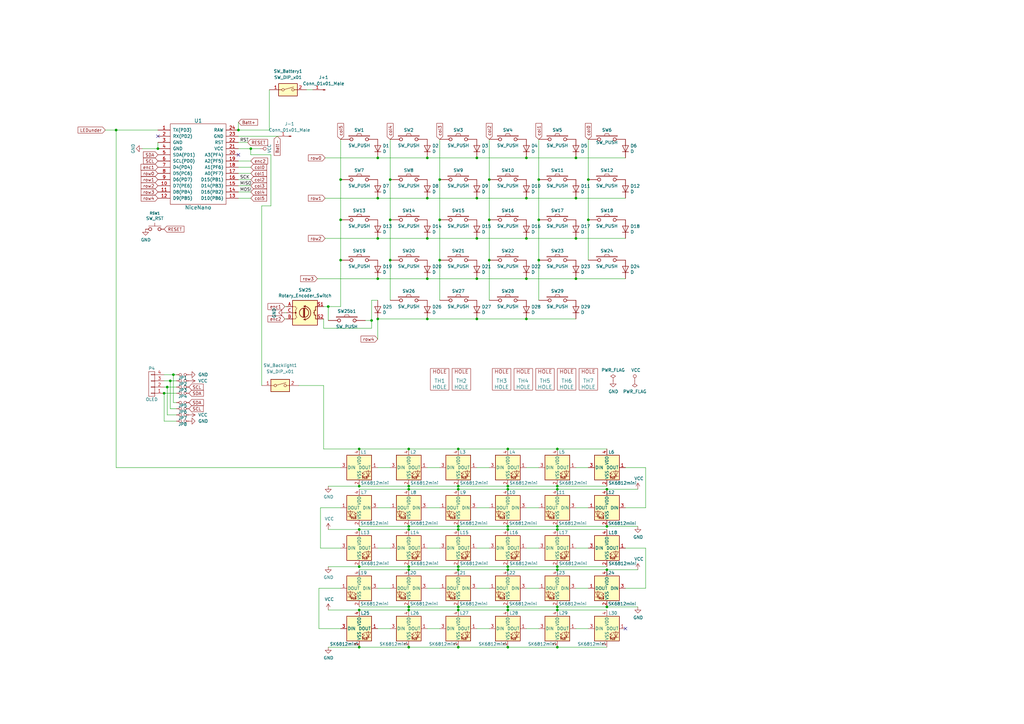
<source format=kicad_sch>
(kicad_sch (version 20211123) (generator eeschema)
  (paper "A3")
  (junction (at 187.96 199.39))
  (junction (at 228.6 233.68))
  (junction (at 228.6 265.43))
  (junction (at 154.94 81.28))
  (junction (at 187.96 232.41))
  (junction (at 228.6 250.19))
  (junction (at 154.94 114.3))
  (junction (at 187.96 233.68))
  (junction (at 215.9 114.3))
  (junction (at 220.98 106.68))
  (junction (at 187.96 250.19))
  (junction (at 187.96 215.9))
  (junction (at 236.22 114.3))
  (junction (at 175.26 81.28))
  (junction (at 208.28 248.92))
  (junction (at 208.28 233.68))
  (junction (at 180.34 73.66))
  (junction (at 228.6 200.66))
  (junction (at 187.96 200.66))
  (junction (at 228.6 199.39))
  (junction (at 167.64 233.68))
  (junction (at 248.92 215.9))
  (junction (at 167.64 199.39))
  (junction (at 102.87 60.96))
  (junction (at 139.7 106.68))
  (junction (at 152.4 131.445))
  (junction (at 208.28 217.17))
  (junction (at 200.66 73.66))
  (junction (at 175.26 130.81))
  (junction (at 200.66 90.17))
  (junction (at 147.32 250.19))
  (junction (at 154.94 97.79))
  (junction (at 228.6 232.41))
  (junction (at 175.26 64.77))
  (junction (at 236.22 64.77))
  (junction (at 187.96 248.92))
  (junction (at 47.625 53.34))
  (junction (at 147.32 265.43))
  (junction (at 195.58 64.77))
  (junction (at 215.9 130.81))
  (junction (at 167.64 250.19))
  (junction (at 167.64 265.43))
  (junction (at 241.3 73.66))
  (junction (at 147.32 217.17))
  (junction (at 71.12 153.67))
  (junction (at 208.28 215.9))
  (junction (at 228.6 248.92))
  (junction (at 175.26 114.3))
  (junction (at 228.6 215.9))
  (junction (at 167.64 215.9))
  (junction (at 147.32 184.15))
  (junction (at 208.28 200.66))
  (junction (at 236.22 97.79))
  (junction (at 248.92 200.66))
  (junction (at 215.9 64.77))
  (junction (at 228.6 217.17))
  (junction (at 187.96 217.17))
  (junction (at 248.92 233.68))
  (junction (at 67.31 161.29))
  (junction (at 220.98 90.17))
  (junction (at 200.66 106.68))
  (junction (at 175.26 97.79))
  (junction (at 97.79 53.34))
  (junction (at 139.7 73.66))
  (junction (at 134.62 125.73))
  (junction (at 147.32 199.39))
  (junction (at 167.64 248.92))
  (junction (at 147.32 232.41))
  (junction (at 241.3 90.17))
  (junction (at 187.96 184.15))
  (junction (at 154.94 130.81))
  (junction (at 208.28 250.19))
  (junction (at 220.98 73.66))
  (junction (at 215.9 97.79))
  (junction (at 195.58 81.28))
  (junction (at 208.28 232.41))
  (junction (at 68.58 158.75))
  (junction (at 139.7 90.17))
  (junction (at 208.28 199.39))
  (junction (at 167.64 200.66))
  (junction (at 248.92 248.92))
  (junction (at 154.94 64.77))
  (junction (at 64.77 60.96))
  (junction (at 160.02 73.66))
  (junction (at 195.58 97.79))
  (junction (at 167.64 184.15))
  (junction (at 180.34 106.68))
  (junction (at 160.02 106.68))
  (junction (at 69.85 156.21))
  (junction (at 167.64 217.17))
  (junction (at 208.28 184.15))
  (junction (at 215.9 81.28))
  (junction (at 195.58 130.81))
  (junction (at 236.22 81.28))
  (junction (at 208.28 265.43))
  (junction (at 195.58 114.3))
  (junction (at 167.64 232.41))
  (junction (at 160.02 90.17))
  (junction (at 228.6 184.15))
  (junction (at 180.34 90.17))
  (junction (at 187.96 265.43))
  (no_connect (at 97.79 63.5))
  (no_connect (at 64.77 55.88))
  (no_connect (at 256.54 257.81))
  (wire (pts (xy 154.94 97.79) (xy 133.35 97.79)))
  (wire (pts (xy 215.9 130.81) (xy 236.22 130.81)))
  (wire (pts (xy 72.39 165.1) (xy 71.12 165.1)))
  (wire (pts (xy 116.84 130.81) (xy 117.475 130.81)))
  (wire (pts (xy 208.28 215.9) (xy 228.6 215.9)))
  (wire (pts (xy 248.92 233.68) (xy 261.62 233.68)))
  (wire (pts (xy 187.96 265.43) (xy 208.28 265.43)))
  (wire (pts (xy 187.96 233.68) (xy 208.28 233.68)))
  (wire (pts (xy 167.64 233.68) (xy 187.96 233.68)))
  (wire (pts (xy 180.34 73.66) (xy 180.34 90.17)))
  (wire (pts (xy 187.96 232.41) (xy 208.28 232.41)))
  (wire (pts (xy 71.12 153.67) (xy 71.12 165.1)))
  (wire (pts (xy 208.28 248.92) (xy 228.6 248.92)))
  (wire (pts (xy 236.22 257.81) (xy 241.3 257.81)))
  (wire (pts (xy 154.94 139.065) (xy 154.94 130.81)))
  (wire (pts (xy 152.4 123.19) (xy 152.4 131.445)))
  (wire (pts (xy 154.94 241.3) (xy 160.02 241.3)))
  (wire (pts (xy 147.32 200.66) (xy 167.64 200.66)))
  (wire (pts (xy 236.22 241.3) (xy 241.3 241.3)))
  (wire (pts (xy 228.6 248.92) (xy 248.92 248.92)))
  (wire (pts (xy 154.94 257.81) (xy 160.02 257.81)))
  (wire (pts (xy 154.94 208.28) (xy 160.02 208.28)))
  (wire (pts (xy 228.6 265.43) (xy 248.92 265.43)))
  (wire (pts (xy 228.6 232.41) (xy 248.92 232.41)))
  (wire (pts (xy 175.26 97.79) (xy 154.94 97.79)))
  (wire (pts (xy 147.32 265.43) (xy 167.64 265.43)))
  (wire (pts (xy 111.125 63.5) (xy 102.87 63.5)))
  (wire (pts (xy 147.32 184.15) (xy 167.64 184.15)))
  (wire (pts (xy 195.58 97.79) (xy 215.9 97.79)))
  (wire (pts (xy 241.3 73.66) (xy 241.3 57.15)))
  (wire (pts (xy 167.64 248.92) (xy 147.32 248.92)))
  (wire (pts (xy 228.6 184.15) (xy 248.92 184.15)))
  (wire (pts (xy 47.625 191.77) (xy 139.7 191.77)))
  (wire (pts (xy 97.79 53.34) (xy 110.49 53.34)))
  (wire (pts (xy 208.28 232.41) (xy 228.6 232.41)))
  (wire (pts (xy 97.79 73.66) (xy 102.87 73.66)))
  (wire (pts (xy 208.28 200.66) (xy 228.6 200.66)))
  (wire (pts (xy 154.94 114.3) (xy 130.175 114.3)))
  (wire (pts (xy 102.87 81.28) (xy 97.79 81.28)))
  (wire (pts (xy 122.555 158.115) (xy 132.715 158.115)))
  (wire (pts (xy 175.26 208.28) (xy 180.34 208.28)))
  (wire (pts (xy 215.9 81.28) (xy 236.22 81.28)))
  (wire (pts (xy 195.58 241.3) (xy 200.66 241.3)))
  (wire (pts (xy 64.77 58.42) (xy 64.77 60.96)))
  (wire (pts (xy 152.4 123.19) (xy 154.94 123.19)))
  (wire (pts (xy 152.4 134.62) (xy 152.4 131.445)))
  (wire (pts (xy 236.22 97.79) (xy 256.54 97.79)))
  (wire (pts (xy 132.715 158.115) (xy 132.715 184.15)))
  (wire (pts (xy 241.3 90.17) (xy 241.3 73.66)))
  (wire (pts (xy 215.9 208.28) (xy 220.98 208.28)))
  (wire (pts (xy 130.81 257.81) (xy 139.7 257.81)))
  (wire (pts (xy 208.28 199.39) (xy 228.6 199.39)))
  (wire (pts (xy 175.26 114.3) (xy 195.58 114.3)))
  (wire (pts (xy 175.26 81.28) (xy 195.58 81.28)))
  (wire (pts (xy 134.62 265.43) (xy 147.32 265.43)))
  (wire (pts (xy 175.26 224.79) (xy 180.34 224.79)))
  (wire (pts (xy 131.445 208.28) (xy 131.445 224.79)))
  (wire (pts (xy 139.7 208.28) (xy 131.445 208.28)))
  (wire (pts (xy 132.715 134.62) (xy 152.4 134.62)))
  (wire (pts (xy 236.22 64.77) (xy 256.54 64.77)))
  (wire (pts (xy 187.96 217.17) (xy 208.28 217.17)))
  (wire (pts (xy 228.6 199.39) (xy 248.92 199.39)))
  (wire (pts (xy 167.64 184.15) (xy 187.96 184.15)))
  (wire (pts (xy 134.62 232.41) (xy 147.32 232.41)))
  (wire (pts (xy 160.02 106.68) (xy 160.02 123.19)))
  (wire (pts (xy 220.98 57.15) (xy 220.98 73.66)))
  (wire (pts (xy 175.26 64.77) (xy 195.58 64.77)))
  (wire (pts (xy 236.22 191.77) (xy 241.3 191.77)))
  (wire (pts (xy 236.22 81.28) (xy 256.54 81.28)))
  (wire (pts (xy 68.58 158.75) (xy 72.39 158.75)))
  (wire (pts (xy 175.26 81.28) (xy 154.94 81.28)))
  (wire (pts (xy 149.86 131.445) (xy 152.4 131.445)))
  (wire (pts (xy 167.64 200.66) (xy 187.96 200.66)))
  (wire (pts (xy 114.3 55.88) (xy 97.79 55.88)))
  (wire (pts (xy 167.64 232.41) (xy 187.96 232.41)))
  (wire (pts (xy 132.715 130.81) (xy 132.715 134.62)))
  (wire (pts (xy 208.28 233.68) (xy 228.6 233.68)))
  (wire (pts (xy 97.79 68.58) (xy 102.87 68.58)))
  (wire (pts (xy 102.87 71.12) (xy 97.79 71.12)))
  (wire (pts (xy 154.94 224.79) (xy 160.02 224.79)))
  (wire (pts (xy 47.625 53.34) (xy 47.625 191.77)))
  (wire (pts (xy 106.68 60.96) (xy 102.87 60.96)))
  (wire (pts (xy 248.92 200.66) (xy 261.62 200.66)))
  (wire (pts (xy 220.98 106.68) (xy 220.98 90.17)))
  (wire (pts (xy 187.96 199.39) (xy 208.28 199.39)))
  (wire (pts (xy 175.26 241.3) (xy 180.34 241.3)))
  (wire (pts (xy 175.26 64.77) (xy 154.94 64.77)))
  (wire (pts (xy 180.34 57.15) (xy 180.34 73.66)))
  (wire (pts (xy 236.22 224.79) (xy 241.3 224.79)))
  (wire (pts (xy 187.96 265.43) (xy 167.64 265.43)))
  (wire (pts (xy 47.625 53.34) (xy 64.77 53.34)))
  (wire (pts (xy 67.31 156.21) (xy 69.85 156.21)))
  (wire (pts (xy 160.02 73.66) (xy 160.02 90.17)))
  (wire (pts (xy 215.9 224.79) (xy 220.98 224.79)))
  (wire (pts (xy 175.26 130.81) (xy 195.58 130.81)))
  (wire (pts (xy 208.28 217.17) (xy 228.6 217.17)))
  (wire (pts (xy 72.39 170.18) (xy 68.58 170.18)))
  (wire (pts (xy 195.58 257.81) (xy 200.66 257.81)))
  (wire (pts (xy 67.31 161.29) (xy 67.31 172.72)))
  (wire (pts (xy 215.9 97.79) (xy 236.22 97.79)))
  (wire (pts (xy 167.64 217.17) (xy 187.96 217.17)))
  (wire (pts (xy 200.66 73.66) (xy 200.66 90.17)))
  (wire (pts (xy 228.6 217.17) (xy 248.92 217.17)))
  (wire (pts (xy 69.85 167.64) (xy 72.39 167.64)))
  (wire (pts (xy 97.79 76.2) (xy 102.87 76.2)))
  (wire (pts (xy 175.26 114.3) (xy 154.94 114.3)))
  (wire (pts (xy 195.58 130.81) (xy 215.9 130.81)))
  (wire (pts (xy 134.62 125.73) (xy 139.7 125.73)))
  (wire (pts (xy 147.32 250.19) (xy 167.64 250.19)))
  (wire (pts (xy 200.66 106.68) (xy 200.66 123.19)))
  (wire (pts (xy 241.3 90.17) (xy 241.3 106.68)))
  (wire (pts (xy 236.22 114.3) (xy 256.54 114.3)))
  (wire (pts (xy 264.795 224.79) (xy 264.795 241.3)))
  (wire (pts (xy 67.31 161.29) (xy 72.39 161.29)))
  (wire (pts (xy 107.315 158.115) (xy 107.315 84.455)))
  (wire (pts (xy 139.7 106.68) (xy 139.7 125.73)))
  (wire (pts (xy 167.64 250.19) (xy 187.96 250.19)))
  (wire (pts (xy 180.34 90.17) (xy 180.34 106.68)))
  (wire (pts (xy 67.31 158.75) (xy 68.58 158.75)))
  (wire (pts (xy 187.96 184.15) (xy 208.28 184.15)))
  (wire (pts (xy 264.795 191.77) (xy 264.795 208.28)))
  (wire (pts (xy 134.62 125.73) (xy 134.62 131.445)))
  (wire (pts (xy 154.94 130.81) (xy 175.26 130.81)))
  (wire (pts (xy 236.22 64.77) (xy 215.9 64.77)))
  (wire (pts (xy 154.94 81.28) (xy 133.35 81.28)))
  (wire (pts (xy 139.7 73.66) (xy 139.7 90.17)))
  (wire (pts (xy 167.64 199.39) (xy 187.96 199.39)))
  (wire (pts (xy 67.31 153.67) (xy 71.12 153.67)))
  (wire (pts (xy 116.84 125.73) (xy 117.475 125.73)))
  (wire (pts (xy 200.66 90.17) (xy 200.66 106.68)))
  (wire (pts (xy 107.315 84.455) (xy 111.125 84.455)))
  (wire (pts (xy 68.58 170.18) (xy 68.58 158.75)))
  (wire (pts (xy 195.58 208.28) (xy 200.66 208.28)))
  (wire (pts (xy 167.64 248.92) (xy 187.96 248.92)))
  (wire (pts (xy 248.92 248.92) (xy 261.62 248.92)))
  (wire (pts (xy 134.62 217.17) (xy 147.32 217.17)))
  (wire (pts (xy 215.9 241.3) (xy 220.98 241.3)))
  (wire (pts (xy 132.715 184.15) (xy 147.32 184.15)))
  (wire (pts (xy 97.79 66.04) (xy 102.87 66.04)))
  (wire (pts (xy 43.18 53.34) (xy 47.625 53.34)))
  (wire (pts (xy 139.7 57.15) (xy 139.7 73.66)))
  (wire (pts (xy 228.6 215.9) (xy 248.92 215.9)))
  (wire (pts (xy 208.28 250.19) (xy 228.6 250.19)))
  (wire (pts (xy 215.9 257.81) (xy 220.98 257.81)))
  (wire (pts (xy 195.58 64.77) (xy 215.9 64.77)))
  (wire (pts (xy 195.58 191.77) (xy 200.66 191.77)))
  (wire (pts (xy 256.54 224.79) (xy 264.795 224.79)))
  (wire (pts (xy 102.87 63.5) (xy 102.87 60.96)))
  (wire (pts (xy 187.96 200.66) (xy 208.28 200.66)))
  (wire (pts (xy 228.6 200.66) (xy 248.92 200.66)))
  (wire (pts (xy 195.58 81.28) (xy 215.9 81.28)))
  (wire (pts (xy 175.26 191.77) (xy 180.34 191.77)))
  (wire (pts (xy 256.54 191.77) (xy 264.795 191.77)))
  (wire (pts (xy 215.9 114.3) (xy 236.22 114.3)))
  (wire (pts (xy 102.87 78.74) (xy 97.79 78.74)))
  (wire (pts (xy 154.94 64.77) (xy 133.35 64.77)))
  (wire (pts (xy 167.64 232.41) (xy 147.32 232.41)))
  (wire (pts (xy 167.64 215.9) (xy 187.96 215.9)))
  (wire (pts (xy 147.32 233.68) (xy 167.64 233.68)))
  (wire (pts (xy 200.66 57.15) (xy 200.66 73.66)))
  (wire (pts (xy 160.02 90.17) (xy 160.02 106.68)))
  (wire (pts (xy 160.02 57.15) (xy 160.02 73.66)))
  (wire (pts (xy 187.96 215.9) (xy 208.28 215.9)))
  (wire (pts (xy 228.6 250.19) (xy 248.92 250.19)))
  (wire (pts (xy 139.7 90.17) (xy 139.7 106.68)))
  (wire (pts (xy 195.58 114.3) (xy 215.9 114.3)))
  (wire (pts (xy 147.32 217.17) (xy 167.64 217.17)))
  (wire (pts (xy 175.26 97.79) (xy 195.58 97.79)))
  (wire (pts (xy 228.6 233.68) (xy 248.92 233.68)))
  (wire (pts (xy 102.87 60.96) (xy 97.79 60.96)))
  (wire (pts (xy 97.79 50.165) (xy 97.79 53.34)))
  (wire (pts (xy 248.92 215.9) (xy 261.62 215.9)))
  (wire (pts (xy 264.795 208.28) (xy 256.54 208.28)))
  (wire (pts (xy 110.49 53.34) (xy 110.49 36.83)))
  (wire (pts (xy 215.9 191.77) (xy 220.98 191.77)))
  (wire (pts (xy 134.62 250.19) (xy 147.32 250.19)))
  (wire (pts (xy 67.31 172.72) (xy 72.39 172.72)))
  (wire (pts (xy 139.7 241.3) (xy 130.81 241.3)))
  (wire (pts (xy 264.795 241.3) (xy 256.54 241.3)))
  (wire (pts (xy 134.62 125.73) (xy 132.715 125.73)))
  (wire (pts (xy 167.64 199.39) (xy 147.32 199.39)))
  (wire (pts (xy 101.6 58.42) (xy 97.79 58.42)))
  (wire (pts (xy 236.22 208.28) (xy 241.3 208.28)))
  (wire (pts (xy 69.85 156.21) (xy 69.85 167.64)))
  (wire (pts (xy 154.94 191.77) (xy 160.02 191.77)))
  (wire (pts (xy 195.58 224.79) (xy 200.66 224.79)))
  (wire (pts (xy 180.34 106.68) (xy 180.34 123.19)))
  (wire (pts (xy 220.98 106.68) (xy 220.98 123.19)))
  (wire (pts (xy 167.64 215.9) (xy 147.32 215.9)))
  (wire (pts (xy 64.77 60.96) (xy 58.42 60.96)))
  (wire (pts (xy 175.26 257.81) (xy 180.34 257.81)))
  (wire (pts (xy 72.39 156.21) (xy 69.85 156.21)))
  (wire (pts (xy 116.84 128.27) (xy 117.475 128.27)))
  (wire (pts (xy 72.39 153.67) (xy 71.12 153.67)))
  (wire (pts (xy 125.73 36.83) (xy 128.27 36.83)))
  (wire (pts (xy 130.81 241.3) (xy 130.81 257.81)))
  (wire (pts (xy 208.28 265.43) (xy 228.6 265.43)))
  (wire (pts (xy 111.125 84.455) (xy 111.125 63.5)))
  (wire (pts (xy 187.96 250.19) (xy 208.28 250.19)))
  (wire (pts (xy 220.98 73.66) (xy 220.98 90.17)))
  (wire (pts (xy 131.445 224.79) (xy 139.7 224.79)))
  (wire (pts (xy 134.62 199.39) (xy 147.32 199.39)))
  (wire (pts (xy 187.96 248.92) (xy 208.28 248.92)))
  (wire (pts (xy 208.28 184.15) (xy 228.6 184.15)))
  (label "MISO" (at 98.425 76.2 0))
  (label "RST" (at 98.425 58.42 0))
  (label "SCK" (at 98.425 73.66 0))
  (label "MOSI" (at 98.425 78.74 0))
  (global_label "col4" (shape input) (at 160.02 57.15 90) (property "Intersheet References" "${INTERSHEET_REFS}" (effects hide)))
  (global_label "col5" (shape input) (at 102.87 81.28 0) (property "Intersheet References" "${INTERSHEET_REFS}" (effects hide)))
  (global_label "row1" (shape input) (at 133.35 81.28 180) (property "Intersheet References" "${INTERSHEET_REFS}" (effects hide)))
  (global_label "col2" (shape input) (at 102.87 73.66 0) (property "Intersheet References" "${INTERSHEET_REFS}" (effects hide)))
  (global_label "Batt+" (shape input) (at 97.79 50.165 0) (property "Intersheet References" "${INTERSHEET_REFS}" (effects hide)))
  (global_label "LEDunder" (shape input) (at 43.18 53.34 180) (property "Intersheet References" "${INTERSHEET_REFS}" (effects hide)))
  (global_label "enc1" (shape input) (at 116.84 125.73 180) (property "Intersheet References" "${INTERSHEET_REFS}" (effects hide)))
  (global_label "SCL" (shape input) (at 64.77 66.04 180) (property "Intersheet References" "${INTERSHEET_REFS}" (effects hide)))
  (global_label "SDA" (shape input) (at 77.47 165.1 0) (property "Intersheet References" "${INTERSHEET_REFS}" (effects hide)))
  (global_label "row4" (shape input) (at 154.94 139.065 180) (property "Intersheet References" "${INTERSHEET_REFS}" (effects hide)))
  (global_label "SDA" (shape input) (at 77.47 161.29 0) (property "Intersheet References" "${INTERSHEET_REFS}" (effects hide)))
  (global_label "col1" (shape input) (at 220.98 57.15 90) (property "Intersheet References" "${INTERSHEET_REFS}" (effects hide)))
  (global_label "col0" (shape input) (at 102.87 68.58 0) (property "Intersheet References" "${INTERSHEET_REFS}" (effects hide)))
  (global_label "enc1" (shape input) (at 64.77 68.58 180) (property "Intersheet References" "${INTERSHEET_REFS}" (effects hide)))
  (global_label "col2" (shape input) (at 200.66 57.15 90) (property "Intersheet References" "${INTERSHEET_REFS}" (effects hide)))
  (global_label "col4" (shape input) (at 102.87 78.74 0) (property "Intersheet References" "${INTERSHEET_REFS}" (effects hide)))
  (global_label "enc2" (shape input) (at 102.87 66.04 0) (property "Intersheet References" "${INTERSHEET_REFS}" (effects hide)))
  (global_label "RESET" (shape input) (at 101.6 58.42 0) (property "Intersheet References" "${INTERSHEET_REFS}" (effects hide)))
  (global_label "row2" (shape input) (at 133.35 97.79 180) (property "Intersheet References" "${INTERSHEET_REFS}" (effects hide)))
  (global_label "SCL" (shape input) (at 77.47 158.75 0) (property "Intersheet References" "${INTERSHEET_REFS}" (effects hide)))
  (global_label "row2" (shape input) (at 64.77 76.2 180) (property "Intersheet References" "${INTERSHEET_REFS}" (effects hide)))
  (global_label "col1" (shape input) (at 102.87 71.12 0) (property "Intersheet References" "${INTERSHEET_REFS}" (effects hide)))
  (global_label "col5" (shape input) (at 139.7 57.15 90) (property "Intersheet References" "${INTERSHEET_REFS}" (effects hide)))
  (global_label "Batt-" (shape input) (at 113.665 55.88 270) (property "Intersheet References" "${INTERSHEET_REFS}" (effects hide)))
  (global_label "row1" (shape input) (at 64.77 73.66 180) (property "Intersheet References" "${INTERSHEET_REFS}" (effects hide)))
  (global_label "RESET" (shape input) (at 67.31 93.98 0) (property "Intersheet References" "${INTERSHEET_REFS}" (effects hide)))
  (global_label "col3" (shape input) (at 102.87 76.2 0) (property "Intersheet References" "${INTERSHEET_REFS}" (effects hide)))
  (global_label "row0" (shape input) (at 64.77 71.12 180) (property "Intersheet References" "${INTERSHEET_REFS}" (effects hide)))
  (global_label "SDA" (shape input) (at 64.77 63.5 180) (property "Intersheet References" "${INTERSHEET_REFS}" (effects hide)))
  (global_label "col0" (shape input) (at 241.3 57.15 90) (property "Intersheet References" "${INTERSHEET_REFS}" (effects hide)))
  (global_label "row0" (shape input) (at 133.35 64.77 180) (property "Intersheet References" "${INTERSHEET_REFS}" (effects hide)))
  (global_label "row4" (shape input) (at 64.77 81.28 180) (property "Intersheet References" "${INTERSHEET_REFS}" (effects hide)))
  (global_label "SCL" (shape input) (at 77.47 167.64 0) (property "Intersheet References" "${INTERSHEET_REFS}" (effects hide)))
  (global_label "row3" (shape input) (at 130.175 114.3 180) (property "Intersheet References" "${INTERSHEET_REFS}" (effects hide)))
  (global_label "col3" (shape input) (at 180.34 57.15 90) (property "Intersheet References" "${INTERSHEET_REFS}" (effects hide)))
  (global_label "row3" (shape input) (at 64.77 78.74 180) (property "Intersheet References" "${INTERSHEET_REFS}" (effects hide)))
  (global_label "enc2" (shape input) (at 116.84 130.81 180) (property "Intersheet References" "${INTERSHEET_REFS}" (effects hide)))
  (symbol (lib_id "Lily58-rescue:ProMicro_2-Lily58-cache") (at 81.28 67.31 0) (unit 1)
    (property "Reference" "U1" (at 81.28 49.53 0) (effects (font (size 1.524 1.524))))
    (property "Value" "NiceNano" (at 81.28 85.09 0) (effects (font (size 1.524 1.524))))
    (property "Footprint" "nice-nano-kicad:nice_nano" (effects hide))
  )
  (symbol (lib_id "Lily58-rescue:SW_PUSH-Lily58-cache") (at 167.64 123.19 0) (unit 1)
    (property "Reference" "SW26" (at 167.64 119.38 0))
    (property "Value" "SW_PUSH" (at 167.64 125.73 0))
    (property "Footprint" "Lily58-footprint:MX_Socket_18mm" (effects hide))
  )
  (symbol (lib_id "Lily58-rescue:SW_PUSH-Lily58-cache") (at 147.32 57.15 0) (unit 1)
    (property "Reference" "SW1" (at 147.32 53.34 0))
    (property "Value" "SW_PUSH" (at 147.32 59.69 0))
    (property "Footprint" "Lily58-footprint:MX_Socket_18mm" (effects hide))
  )
  (symbol (lib_id "Lily58-rescue:D-Lily58-cache") (at 154.94 60.96 90) (unit 1)
    (property "Reference" "D1" (at 156.9466 59.7916 90) (effects (justify right)))
    (property "Value" "D" (at 156.9466 62.103 90) (effects (justify right)))
    (property "Footprint" "Diode_THT:D_A-405_P7.62mm_Horizontal" (effects hide))
  )
  (symbol (lib_id "Lily58-rescue:SW_PUSH-Lily58-cache") (at 167.64 57.15 0) (unit 1)
    (property "Reference" "SW2" (at 167.64 53.34 0))
    (property "Value" "SW_PUSH" (at 167.64 59.69 0))
    (property "Footprint" "Lily58-footprint:MX_Socket_18mm" (effects hide))
  )
  (symbol (lib_id "Lily58-rescue:D-Lily58-cache") (at 175.26 60.96 90) (unit 1)
    (property "Reference" "D2" (at 177.2666 59.7916 90) (effects (justify right)))
    (property "Value" "D" (at 177.2666 62.103 90) (effects (justify right)))
    (property "Footprint" "Diode_THT:D_A-405_P7.62mm_Horizontal" (effects hide))
  )
  (symbol (lib_id "Lily58-rescue:SW_PUSH-Lily58-cache") (at 187.96 57.15 0) (unit 1)
    (property "Reference" "SW3" (at 187.96 53.34 0))
    (property "Value" "SW_PUSH" (at 187.96 59.69 0))
    (property "Footprint" "Lily58-footprint:MX_Socket_18mm" (effects hide))
  )
  (symbol (lib_id "Lily58-rescue:D-Lily58-cache") (at 195.58 60.96 90) (unit 1)
    (property "Reference" "D3" (at 197.5866 59.7916 90) (effects (justify right)))
    (property "Value" "D" (at 197.5866 62.103 90) (effects (justify right)))
    (property "Footprint" "Diode_THT:D_A-405_P7.62mm_Horizontal" (effects hide))
  )
  (symbol (lib_id "Lily58-rescue:SW_PUSH-Lily58-cache") (at 208.28 57.15 0) (unit 1)
    (property "Reference" "SW4" (at 208.28 53.34 0))
    (property "Value" "SW_PUSH" (at 208.28 59.69 0))
    (property "Footprint" "Lily58-footprint:MX_Socket_18mm" (effects hide))
  )
  (symbol (lib_id "Lily58-rescue:D-Lily58-cache") (at 215.9 60.96 90) (unit 1)
    (property "Reference" "D4" (at 217.9066 59.7916 90) (effects (justify right)))
    (property "Value" "D" (at 217.9066 62.103 90) (effects (justify right)))
    (property "Footprint" "Diode_THT:D_A-405_P7.62mm_Horizontal" (effects hide))
  )
  (symbol (lib_id "Lily58-rescue:SW_PUSH-Lily58-cache") (at 228.6 57.15 0) (unit 1)
    (property "Reference" "SW5" (at 228.6 53.34 0))
    (property "Value" "SW_PUSH" (at 228.6 59.69 0))
    (property "Footprint" "Lily58-footprint:MX_Socket_18mm" (effects hide))
  )
  (symbol (lib_id "Lily58-rescue:D-Lily58-cache") (at 236.22 60.96 90) (unit 1)
    (property "Reference" "D5" (at 238.2266 59.7916 90) (effects (justify right)))
    (property "Value" "D" (at 238.2266 62.103 90) (effects (justify right)))
    (property "Footprint" "Diode_THT:D_A-405_P7.62mm_Horizontal" (effects hide))
  )
  (symbol (lib_id "Lily58-rescue:SW_PUSH-Lily58-cache") (at 248.92 57.15 0) (unit 1)
    (property "Reference" "SW6" (at 248.92 53.34 0))
    (property "Value" "SW_PUSH" (at 248.92 58.42 0))
    (property "Footprint" "Lily58-footprint:MX_Socket_18mm" (effects hide))
  )
  (symbol (lib_id "Lily58-rescue:D-Lily58-cache") (at 256.54 60.96 90) (unit 1)
    (property "Reference" "D6" (at 258.5466 59.7916 90) (effects (justify right)))
    (property "Value" "D" (at 258.5466 62.103 90) (effects (justify right)))
    (property "Footprint" "Diode_THT:D_A-405_P7.62mm_Horizontal" (effects hide))
  )
  (symbol (lib_id "Lily58-rescue:SW_PUSH-Lily58-cache") (at 167.64 73.66 0) (unit 1)
    (property "Reference" "SW8" (at 167.64 69.85 0))
    (property "Value" "SW_PUSH" (at 167.64 76.2 0))
    (property "Footprint" "Lily58-footprint:MX_Socket_18mm" (effects hide))
  )
  (symbol (lib_id "Lily58-rescue:SW_PUSH-Lily58-cache") (at 187.96 73.66 0) (unit 1)
    (property "Reference" "SW9" (at 187.96 69.85 0))
    (property "Value" "SW_PUSH" (at 187.96 76.2 0))
    (property "Footprint" "Lily58-footprint:MX_Socket_18mm" (effects hide))
  )
  (symbol (lib_id "Lily58-rescue:SW_PUSH-Lily58-cache") (at 208.28 73.66 0) (unit 1)
    (property "Reference" "SW10" (at 208.28 69.85 0))
    (property "Value" "SW_PUSH" (at 208.28 76.2 0))
    (property "Footprint" "Lily58-footprint:MX_Socket_18mm" (effects hide))
  )
  (symbol (lib_id "Lily58-rescue:SW_PUSH-Lily58-cache") (at 228.6 73.66 0) (unit 1)
    (property "Reference" "SW11" (at 228.6 69.85 0))
    (property "Value" "SW_PUSH" (at 228.6 76.2 0))
    (property "Footprint" "Lily58-footprint:MX_Socket_18mm" (effects hide))
  )
  (symbol (lib_id "Lily58-rescue:SW_PUSH-Lily58-cache") (at 248.92 73.66 0) (unit 1)
    (property "Reference" "SW12" (at 248.92 69.85 0))
    (property "Value" "SW_PUSH" (at 248.92 76.2 0))
    (property "Footprint" "Lily58-footprint:MX_Socket_18mm" (effects hide))
  )
  (symbol (lib_id "Lily58-rescue:SW_PUSH-Lily58-cache") (at 147.32 73.66 0) (unit 1)
    (property "Reference" "SW7" (at 147.32 69.85 0))
    (property "Value" "SW_PUSH" (at 147.32 76.2 0))
    (property "Footprint" "Lily58-footprint:MX_Socket_18mm" (effects hide))
  )
  (symbol (lib_id "Lily58-rescue:D-Lily58-cache") (at 154.94 77.47 90) (unit 1)
    (property "Reference" "D7" (at 156.9466 76.3016 90) (effects (justify right)))
    (property "Value" "D" (at 156.9466 78.613 90) (effects (justify right)))
    (property "Footprint" "Diode_THT:D_A-405_P7.62mm_Horizontal" (effects hide))
  )
  (symbol (lib_id "Lily58-rescue:D-Lily58-cache") (at 175.26 77.47 90) (unit 1)
    (property "Reference" "D8" (at 177.2666 76.3016 90) (effects (justify right)))
    (property "Value" "D" (at 177.2666 78.613 90) (effects (justify right)))
    (property "Footprint" "Diode_THT:D_A-405_P7.62mm_Horizontal" (effects hide))
  )
  (symbol (lib_id "Lily58-rescue:D-Lily58-cache") (at 195.58 77.47 90) (unit 1)
    (property "Reference" "D9" (at 197.5866 76.3016 90) (effects (justify right)))
    (property "Value" "D" (at 197.5866 78.613 90) (effects (justify right)))
    (property "Footprint" "Diode_THT:D_A-405_P7.62mm_Horizontal" (effects hide))
  )
  (symbol (lib_id "Lily58-rescue:D-Lily58-cache") (at 215.9 77.47 90) (unit 1)
    (property "Reference" "D10" (at 217.9066 76.3016 90) (effects (justify right)))
    (property "Value" "D" (at 217.9066 78.613 90) (effects (justify right)))
    (property "Footprint" "Diode_THT:D_A-405_P7.62mm_Horizontal" (effects hide))
  )
  (symbol (lib_id "Lily58-rescue:D-Lily58-cache") (at 236.22 77.47 90) (unit 1)
    (property "Reference" "D11" (at 238.2266 76.3016 90) (effects (justify right)))
    (property "Value" "D" (at 238.2266 78.613 90) (effects (justify right)))
    (property "Footprint" "Diode_THT:D_A-405_P7.62mm_Horizontal" (effects hide))
  )
  (symbol (lib_id "Lily58-rescue:D-Lily58-cache") (at 256.54 77.47 90) (unit 1)
    (property "Reference" "D12" (at 258.5466 76.3016 90) (effects (justify right)))
    (property "Value" "D" (at 258.5466 78.613 90) (effects (justify right)))
    (property "Footprint" "Diode_THT:D_A-405_P7.62mm_Horizontal" (effects hide))
  )
  (symbol (lib_id "Lily58-rescue:SW_PUSH-Lily58-cache") (at 147.32 90.17 0) (unit 1)
    (property "Reference" "SW13" (at 147.32 86.36 0))
    (property "Value" "SW_PUSH" (at 147.32 92.71 0))
    (property "Footprint" "Lily58-footprint:MX_Socket_18mm" (effects hide))
  )
  (symbol (lib_id "Lily58-rescue:SW_PUSH-Lily58-cache") (at 167.64 90.17 0) (unit 1)
    (property "Reference" "SW14" (at 167.64 86.36 0))
    (property "Value" "SW_PUSH" (at 167.64 92.71 0))
    (property "Footprint" "Lily58-footprint:MX_Socket_18mm" (effects hide))
  )
  (symbol (lib_id "Lily58-rescue:SW_PUSH-Lily58-cache") (at 187.96 90.17 0) (unit 1)
    (property "Reference" "SW15" (at 187.96 86.36 0))
    (property "Value" "SW_PUSH" (at 187.96 92.71 0))
    (property "Footprint" "Lily58-footprint:MX_Socket_18mm" (effects hide))
  )
  (symbol (lib_id "Lily58-rescue:SW_PUSH-Lily58-cache") (at 208.28 90.17 0) (unit 1)
    (property "Reference" "SW16" (at 208.28 86.36 0))
    (property "Value" "SW_PUSH" (at 208.28 92.71 0))
    (property "Footprint" "Lily58-footprint:MX_Socket_18mm" (effects hide))
  )
  (symbol (lib_id "Lily58-rescue:SW_PUSH-Lily58-cache") (at 228.6 90.17 0) (unit 1)
    (property "Reference" "SW17" (at 228.6 86.36 0))
    (property "Value" "SW_PUSH" (at 228.6 92.71 0))
    (property "Footprint" "Lily58-footprint:MX_Socket_18mm" (effects hide))
  )
  (symbol (lib_id "Lily58-rescue:SW_PUSH-Lily58-cache") (at 248.92 90.17 0) (unit 1)
    (property "Reference" "SW18" (at 248.92 86.36 0))
    (property "Value" "SW_PUSH" (at 248.92 92.71 0))
    (property "Footprint" "Lily58-footprint:MX_Socket_18mm" (effects hide))
  )
  (symbol (lib_id "Lily58-rescue:D-Lily58-cache") (at 154.94 93.98 90) (unit 1)
    (property "Reference" "D13" (at 156.9466 92.8116 90) (effects (justify right)))
    (property "Value" "D" (at 156.9466 95.123 90) (effects (justify right)))
    (property "Footprint" "Diode_THT:D_A-405_P7.62mm_Horizontal" (effects hide))
  )
  (symbol (lib_id "Lily58-rescue:D-Lily58-cache") (at 175.26 93.98 90) (unit 1)
    (property "Reference" "D14" (at 177.2666 92.8116 90) (effects (justify right)))
    (property "Value" "D" (at 177.2666 95.123 90) (effects (justify right)))
    (property "Footprint" "Diode_THT:D_A-405_P7.62mm_Horizontal" (effects hide))
  )
  (symbol (lib_id "Lily58-rescue:D-Lily58-cache") (at 195.58 93.98 90) (unit 1)
    (property "Reference" "D15" (at 197.5866 92.8116 90) (effects (justify right)))
    (property "Value" "D" (at 197.5866 95.123 90) (effects (justify right)))
    (property "Footprint" "Diode_THT:D_A-405_P7.62mm_Horizontal" (effects hide))
  )
  (symbol (lib_id "Lily58-rescue:D-Lily58-cache") (at 215.9 93.98 90) (unit 1)
    (property "Reference" "D16" (at 217.9066 92.8116 90) (effects (justify right)))
    (property "Value" "D" (at 217.9066 95.123 90) (effects (justify right)))
    (property "Footprint" "Diode_THT:D_A-405_P7.62mm_Horizontal" (effects hide))
  )
  (symbol (lib_id "Lily58-rescue:D-Lily58-cache") (at 236.22 93.98 90) (unit 1)
    (property "Reference" "D17" (at 238.2266 92.8116 90) (effects (justify right)))
    (property "Value" "D" (at 238.2266 95.123 90) (effects (justify right)))
    (property "Footprint" "Diode_THT:D_A-405_P7.62mm_Horizontal" (effects hide))
  )
  (symbol (lib_id "Lily58-rescue:D-Lily58-cache") (at 256.54 93.98 90) (unit 1)
    (property "Reference" "D18" (at 258.5466 92.8116 90) (effects (justify right)))
    (property "Value" "D" (at 258.5466 95.123 90) (effects (justify right)))
    (property "Footprint" "Diode_THT:D_A-405_P7.62mm_Horizontal" (effects hide))
  )
  (symbol (lib_id "Lily58-rescue:SW_PUSH-Lily58-cache") (at 187.96 106.68 0) (unit 1)
    (property "Reference" "SW21" (at 187.96 102.87 0))
    (property "Value" "SW_PUSH" (at 187.96 109.22 0))
    (property "Footprint" "Lily58-footprint:MX_Socket_18mm" (effects hide))
  )
  (symbol (lib_id "Lily58-rescue:SW_PUSH-Lily58-cache") (at 208.28 106.68 0) (unit 1)
    (property "Reference" "SW22" (at 208.28 102.87 0))
    (property "Value" "SW_PUSH" (at 208.28 109.22 0))
    (property "Footprint" "Lily58-footprint:MX_Socket_18mm" (effects hide))
  )
  (symbol (lib_id "Lily58-rescue:SW_PUSH-Lily58-cache") (at 228.6 106.68 0) (unit 1)
    (property "Reference" "SW23" (at 228.6 102.87 0))
    (property "Value" "SW_PUSH" (at 228.6 109.22 0))
    (property "Footprint" "Lily58-footprint:MX_Socket_18mm" (effects hide))
  )
  (symbol (lib_id "Lily58-rescue:SW_PUSH-Lily58-cache") (at 248.92 106.68 0) (unit 1)
    (property "Reference" "SW24" (at 248.92 102.87 0))
    (property "Value" "SW_PUSH" (at 248.92 109.22 0))
    (property "Footprint" "Lily58-footprint:MX_Socket_18mm" (effects hide))
  )
  (symbol (lib_id "Lily58-rescue:SW_PUSH-Lily58-cache") (at 167.64 106.68 0) (unit 1)
    (property "Reference" "SW20" (at 167.64 102.87 0))
    (property "Value" "SW_PUSH" (at 167.64 109.22 0))
    (property "Footprint" "Lily58-footprint:MX_Socket_18mm" (effects hide))
  )
  (symbol (lib_id "Lily58-rescue:SW_PUSH-Lily58-cache") (at 147.32 106.68 0) (unit 1)
    (property "Reference" "SW19" (at 147.32 102.87 0))
    (property "Value" "SW_PUSH" (at 147.32 109.22 0))
    (property "Footprint" "Lily58-footprint:MX_Socket_18mm" (effects hide))
  )
  (symbol (lib_id "Lily58-rescue:D-Lily58-cache") (at 154.94 110.49 90) (unit 1)
    (property "Reference" "D19" (at 156.9466 109.3216 90) (effects (justify right)))
    (property "Value" "D" (at 156.9466 111.633 90) (effects (justify right)))
    (property "Footprint" "Diode_THT:D_A-405_P7.62mm_Horizontal" (effects hide))
  )
  (symbol (lib_id "Lily58-rescue:D-Lily58-cache") (at 175.26 110.49 90) (unit 1)
    (property "Reference" "D20" (at 177.2666 109.3216 90) (effects (justify right)))
    (property "Value" "D" (at 177.2666 111.633 90) (effects (justify right)))
    (property "Footprint" "Diode_THT:D_A-405_P7.62mm_Horizontal" (effects hide))
  )
  (symbol (lib_id "Lily58-rescue:D-Lily58-cache") (at 195.58 110.49 90) (unit 1)
    (property "Reference" "D21" (at 197.5866 109.3216 90) (effects (justify right)))
    (property "Value" "D" (at 197.5866 111.633 90) (effects (justify right)))
    (property "Footprint" "Diode_THT:D_A-405_P7.62mm_Horizontal" (effects hide))
  )
  (symbol (lib_id "Lily58-rescue:D-Lily58-cache") (at 215.9 110.49 90) (unit 1)
    (property "Reference" "D22" (at 217.9066 109.3216 90) (effects (justify right)))
    (property "Value" "D" (at 217.9066 111.633 90) (effects (justify right)))
    (property "Footprint" "Diode_THT:D_A-405_P7.62mm_Horizontal" (effects hide))
  )
  (symbol (lib_id "Lily58-rescue:D-Lily58-cache") (at 236.22 110.49 90) (unit 1)
    (property "Reference" "D23" (at 238.2266 109.3216 90) (effects (justify right)))
    (property "Value" "D" (at 238.2266 111.633 90) (effects (justify right)))
    (property "Footprint" "Diode_THT:D_A-405_P7.62mm_Horizontal" (effects hide))
  )
  (symbol (lib_id "Lily58-rescue:D-Lily58-cache") (at 256.54 110.49 90) (unit 1)
    (property "Reference" "D24" (at 258.5466 109.3216 90) (effects (justify right)))
    (property "Value" "D" (at 258.5466 111.633 90) (effects (justify right)))
    (property "Footprint" "Diode_THT:D_A-405_P7.62mm_Horizontal" (effects hide))
  )
  (symbol (lib_id "Lily58-rescue:SW_PUSH-Lily58-cache") (at 187.96 123.19 0) (unit 1)
    (property "Reference" "SW27" (at 187.96 119.38 0))
    (property "Value" "SW_PUSH" (at 187.96 125.73 0))
    (property "Footprint" "Lily58-footprint:MX_Socket_18mm" (effects hide))
  )
  (symbol (lib_id "Lily58-rescue:SW_PUSH-Lily58-cache") (at 208.28 123.19 0) (unit 1)
    (property "Reference" "SW28" (at 208.28 119.38 0))
    (property "Value" "SW_PUSH" (at 208.28 125.73 0))
    (property "Footprint" "Lily58-footprint:MX_Socket_18mm" (effects hide))
  )
  (symbol (lib_id "Lily58-rescue:SW_PUSH-Lily58-cache") (at 228.6 123.19 0) (unit 1)
    (property "Reference" "SW29" (at 228.6 119.38 0))
    (property "Value" "SW_PUSH" (at 228.6 125.73 0))
    (property "Footprint" "Lily58-footprint:MX_Socket_18mm" (effects hide))
  )
  (symbol (lib_id "Lily58-rescue:D-Lily58-cache") (at 154.94 127 90) (unit 1)
    (property "Reference" "D25" (at 156.9466 125.8316 90) (effects (justify right)))
    (property "Value" "D" (at 156.9466 128.143 90) (effects (justify right)))
    (property "Footprint" "Diode_THT:D_A-405_P7.62mm_Horizontal" (effects hide))
  )
  (symbol (lib_id "Lily58-rescue:D-Lily58-cache") (at 175.26 127 90) (unit 1)
    (property "Reference" "D26" (at 177.2666 125.8316 90) (effects (justify right)))
    (property "Value" "D" (at 177.2666 128.143 90) (effects (justify right)))
    (property "Footprint" "Diode_THT:D_A-405_P7.62mm_Horizontal" (effects hide))
  )
  (symbol (lib_id "Lily58-rescue:D-Lily58-cache") (at 195.58 127 90) (unit 1)
    (property "Reference" "D27" (at 197.5866 125.8316 90) (effects (justify right)))
    (property "Value" "D" (at 197.5866 128.143 90) (effects (justify right)))
    (property "Footprint" "Diode_THT:D_A-405_P7.62mm_Horizontal" (effects hide))
  )
  (symbol (lib_id "Lily58-rescue:D-Lily58-cache") (at 215.9 127 90) (unit 1)
    (property "Reference" "D28" (at 217.9066 125.8316 90) (effects (justify right)))
    (property "Value" "D" (at 217.9066 128.143 90) (effects (justify right)))
    (property "Footprint" "Diode_THT:D_A-405_P7.62mm_Horizontal" (effects hide))
  )
  (symbol (lib_id "Lily58-rescue:D-Lily58-cache") (at 236.22 127 90) (unit 1)
    (property "Reference" "D29" (at 238.2266 125.8316 90) (effects (justify right)))
    (property "Value" "D" (at 238.2266 128.143 90) (effects (justify right)))
    (property "Footprint" "Diode_THT:D_A-405_P7.62mm_Horizontal" (effects hide))
  )
  (symbol (lib_id "Lily58-rescue:VCC-Lily58-cache") (at 106.68 60.96 270) (unit 1)
    (property "Reference" "#PWR04" (effects hide))
    (property "Value" "VCC" (at 110.49 60.96 0))
  )
  (symbol (lib_id "Lily58-rescue:GND-Lily58-cache") (at 59.69 93.98 0) (unit 1)
    (property "Reference" "#PWR010" (effects hide))
    (property "Value" "GND" (at 59.817 98.3742 0))
  )
  (symbol (lib_id "Lily58-rescue:PWR_FLAG-Lily58-cache") (at 251.46 156.21 0) (unit 1)
    (property "Reference" "#FLG01" (effects hide))
    (property "Value" "PWR_FLAG" (at 251.46 151.7904 0))
  )
  (symbol (lib_id "Lily58-rescue:GND-Lily58-cache") (at 251.46 156.21 0) (unit 1)
    (property "Reference" "#PWR012" (effects hide))
    (property "Value" "GND" (at 251.587 160.6042 0))
  )
  (symbol (lib_id "Lily58-rescue:VCC-Lily58-cache") (at 260.35 156.21 0) (unit 1)
    (property "Reference" "#PWR013" (effects hide))
    (property "Value" "VCC" (at 260.7818 151.8158 0))
  )
  (symbol (lib_id "Lily58-rescue:PWR_FLAG-Lily58-cache") (at 260.35 156.21 180) (unit 1)
    (property "Reference" "#FLG02" (effects hide))
    (property "Value" "PWR_FLAG" (at 260.35 160.6042 0))
  )
  (symbol (lib_id "Lily58-rescue:HOLE-Lily58-cache") (at 180.34 156.21 0) (unit 1)
    (property "Reference" "TH1" (at 180.34 156.21 0) (effects (font (size 1.524 1.524))))
    (property "Value" "HOLE" (at 180.34 158.75 0) (effects (font (size 1.524 1.524))))
    (property "Footprint" "Lily58-footprint:HOLE_M2" (effects hide))
  )
  (symbol (lib_id "Lily58-rescue:HOLE-Lily58-cache") (at 189.23 156.21 0) (unit 1)
    (property "Reference" "TH2" (at 189.23 156.21 0) (effects (font (size 1.524 1.524))))
    (property "Value" "HOLE" (at 189.23 158.75 0) (effects (font (size 1.524 1.524))))
    (property "Footprint" "Lily58-footprint:HOLE_M2" (effects hide))
  )
  (symbol (lib_id "Lily58-rescue:HOLE-Lily58-cache") (at 214.63 156.21 0) (unit 1)
    (property "Reference" "TH4" (at 214.63 156.21 0) (effects (font (size 1.524 1.524))))
    (property "Value" "HOLE" (at 214.63 158.75 0) (effects (font (size 1.524 1.524))))
    (property "Footprint" "Lily58-footprint:HOLE_M2_TH" (effects hide))
  )
  (symbol (lib_id "Lily58-rescue:HOLE-Lily58-cache") (at 223.52 156.21 0) (unit 1)
    (property "Reference" "TH5" (at 223.52 156.21 0) (effects (font (size 1.524 1.524))))
    (property "Value" "HOLE" (at 223.52 158.75 0) (effects (font (size 1.524 1.524))))
    (property "Footprint" "Lily58-footprint:HOLE_M2_TH" (effects hide))
  )
  (symbol (lib_id "Lily58-rescue:HOLE-Lily58-cache") (at 232.41 156.21 0) (unit 1)
    (property "Reference" "TH6" (at 232.41 156.21 0) (effects (font (size 1.524 1.524))))
    (property "Value" "HOLE" (at 232.41 158.75 0) (effects (font (size 1.524 1.524))))
    (property "Footprint" "Lily58-footprint:HOLE_M2_TH" (effects hide))
  )
  (symbol (lib_id "Lily58-rescue:HOLE-Lily58-cache") (at 241.3 156.21 0) (unit 1)
    (property "Reference" "TH7" (at 241.3 156.21 0) (effects (font (size 1.524 1.524))))
    (property "Value" "HOLE" (at 241.3 158.75 0) (effects (font (size 1.524 1.524))))
    (property "Footprint" "Lily58-footprint:HOLE_M2_TH" (effects hide))
  )
  (symbol (lib_id "Lily58-rescue:HOLE-Lily58-cache") (at 205.74 156.21 0) (unit 1)
    (property "Reference" "TH3" (at 205.74 156.21 0) (effects (font (size 1.524 1.524))))
    (property "Value" "HOLE" (at 205.74 158.75 0) (effects (font (size 1.524 1.524))))
    (property "Footprint" "Lily58-footprint:HOLE_M2_TH" (effects hide))
  )
  (symbol (lib_id "Lily58-rescue:GND-Lily58-cache") (at 58.42 60.96 270) (unit 1)
    (property "Reference" "#PWR0102" (effects hide))
    (property "Value" "GND" (at 54.61 60.96 0))
  )
  (symbol (lib_id "Lily58-rescue:SW_RST-Lily58-cache") (at 63.5 93.98 0) (unit 1)
    (property "Reference" "RSW1" (at 63.5 87.4776 0) (effects (font (size 1.016 1.016))))
    (property "Value" "SW_RST" (at 63.5 89.5858 0))
    (property "Footprint" "Lily58-footprint:TACT_SWITCH_TVBP06" (effects hide))
  )
  (symbol (lib_id "Lily58-rescue:CONN_01X04-Lily58-cache") (at 62.23 157.48 180) (unit 1)
    (property "Reference" "P4" (at 62.23 151.13 0))
    (property "Value" "OLED" (at 62.23 163.83 0))
    (property "Footprint" "Lily58-footprint:MY_SIL-4" (effects hide))
  )
  (symbol (lib_id "power:GND") (at 77.47 153.67 90) (unit 1)
    (property "Reference" "#PWR03" (effects hide))
    (property "Value" "GND" (at 81.28 153.67 90) (effects (justify right)))
  )
  (symbol (lib_id "power:VCC") (at 77.47 156.21 270) (unit 1)
    (property "Reference" "#PWR09" (effects hide))
    (property "Value" "VCC" (at 81.28 156.21 90) (effects (justify left)))
  )
  (symbol (lib_id "Device:Jumper_NO_Small") (at 74.93 153.67 0) (unit 1)
    (property "Reference" "JP1" (at 74.93 154.94 0))
    (property "Value" "Jumper_NO_Small" (effects hide))
    (property "Footprint" "Lily58-footprint:Jumper" (effects hide))
  )
  (symbol (lib_id "Device:Jumper_NO_Small") (at 74.93 156.21 0) (unit 1)
    (property "Reference" "JP2" (at 74.93 157.48 0))
    (property "Value" "Jumper_NO_Small" (effects hide))
    (property "Footprint" "Lily58-footprint:Jumper" (effects hide))
  )
  (symbol (lib_id "Device:Jumper_NO_Small") (at 74.93 158.75 0) (unit 1)
    (property "Reference" "JP3" (at 74.93 160.02 0))
    (property "Value" "Jumper_NO_Small" (effects hide))
    (property "Footprint" "Lily58-footprint:Jumper" (effects hide))
  )
  (symbol (lib_id "Device:Jumper_NO_Small") (at 74.93 161.29 0) (unit 1)
    (property "Reference" "JP4" (at 74.93 162.56 0))
    (property "Value" "Jumper_NO_Small" (effects hide))
    (property "Footprint" "Lily58-footprint:Jumper" (effects hide))
  )
  (symbol (lib_id "power:VCC") (at 77.47 170.18 270) (mirror x) (unit 1)
    (property "Reference" "#PWR011" (effects hide))
    (property "Value" "VCC" (at 81.28 170.18 90) (effects (justify left)))
  )
  (symbol (lib_id "power:GND") (at 77.47 172.72 90) (unit 1)
    (property "Reference" "#PWR014" (effects hide))
    (property "Value" "GND" (at 81.28 172.72 90) (effects (justify right)))
  )
  (symbol (lib_id "Device:Jumper_NO_Small") (at 74.93 165.1 0) (unit 1)
    (property "Reference" "JP5" (at 74.93 166.37 0))
    (property "Value" "Jumper_NO_Small" (effects hide))
    (property "Footprint" "Lily58-footprint:Jumper" (effects hide))
  )
  (symbol (lib_id "Device:Jumper_NO_Small") (at 74.93 167.64 0) (unit 1)
    (property "Reference" "JP6" (at 74.93 168.91 0))
    (property "Value" "Jumper_NO_Small" (effects hide))
    (property "Footprint" "Lily58-footprint:Jumper" (effects hide))
  )
  (symbol (lib_id "Device:Jumper_NO_Small") (at 74.93 170.18 0) (unit 1)
    (property "Reference" "JP7" (at 74.93 171.45 0))
    (property "Value" "Jumper_NO_Small" (effects hide))
    (property "Footprint" "Lily58-footprint:Jumper" (effects hide))
  )
  (symbol (lib_id "Device:Jumper_NO_Small") (at 74.93 172.72 0) (unit 1)
    (property "Reference" "JP8" (at 74.93 173.99 0))
    (property "Value" "Jumper_NO_Small" (effects hide))
    (property "Footprint" "Lily58-footprint:Jumper" (effects hide))
  )
  (symbol (lib_id "LED:SK6812MINI") (at 147.32 191.77 0) (unit 1)
    (property "Reference" "L1" (at 147.955 185.42 0) (effects (justify left)))
    (property "Value" "SK6812mini" (at 147.955 198.12 0) (effects (justify left)))
    (property "Footprint" "LED_SMD:LED_SK6812MINI_PLCC4_3.5x3.5mm_P1.75mm" (effects hide))
    (property "Datasheet" "https://cdn-shop.adafruit.com/product-files/2686/SK6812MINI_REV.01-1-2.pdf" (effects hide))
  )
  (symbol (lib_id "power:GND") (at 134.62 199.39 0) (unit 1)
    (property "Reference" "#PWR0113" (effects hide))
    (property "Value" "GND" (at 134.747 203.7842 0))
  )
  (symbol (lib_id "LED:SK6812MINI") (at 167.64 191.77 0) (unit 1)
    (property "Reference" "L2" (at 168.275 185.42 0) (effects (justify left)))
    (property "Value" "SK6812mini" (at 168.275 198.12 0) (effects (justify left)))
    (property "Footprint" "LED_SMD:LED_SK6812MINI_PLCC4_3.5x3.5mm_P1.75mm" (effects hide))
    (property "Datasheet" "https://cdn-shop.adafruit.com/product-files/2686/SK6812MINI_REV.01-1-2.pdf" (effects hide))
  )
  (symbol (lib_id "LED:SK6812MINI") (at 187.96 191.77 0) (unit 1)
    (property "Reference" "L3" (at 188.595 185.42 0) (effects (justify left)))
    (property "Value" "SK6812mini" (at 188.595 198.12 0) (effects (justify left)))
    (property "Footprint" "LED_SMD:LED_SK6812MINI_PLCC4_3.5x3.5mm_P1.75mm" (effects hide))
    (property "Datasheet" "https://cdn-shop.adafruit.com/product-files/2686/SK6812MINI_REV.01-1-2.pdf" (effects hide))
  )
  (symbol (lib_id "LED:SK6812MINI") (at 208.28 191.77 0) (unit 1)
    (property "Reference" "L4" (at 208.915 185.42 0) (effects (justify left)))
    (property "Value" "SK6812mini" (at 208.915 198.12 0) (effects (justify left)))
    (property "Footprint" "LED_SMD:LED_SK6812MINI_PLCC4_3.5x3.5mm_P1.75mm" (effects hide))
    (property "Datasheet" "https://cdn-shop.adafruit.com/product-files/2686/SK6812MINI_REV.01-1-2.pdf" (effects hide))
  )
  (symbol (lib_id "LED:SK6812MINI") (at 228.6 191.77 0) (unit 1)
    (property "Reference" "L5" (at 229.235 185.42 0) (effects (justify left)))
    (property "Value" "SK6812mini" (at 229.235 198.12 0) (effects (justify left)))
    (property "Footprint" "LED_SMD:LED_SK6812MINI_PLCC4_3.5x3.5mm_P1.75mm" (effects hide))
    (property "Datasheet" "https://cdn-shop.adafruit.com/product-files/2686/SK6812MINI_REV.01-1-2.pdf" (effects hide))
  )
  (symbol (lib_id "LED:SK6812MINI") (at 248.92 191.77 0) (unit 1)
    (property "Reference" "L6" (at 249.555 185.42 0) (effects (justify left)))
    (property "Value" "SK6812mini" (at 249.555 198.12 0) (effects (justify left)))
    (property "Footprint" "LED_SMD:LED_SK6812MINI_PLCC4_3.5x3.5mm_P1.75mm" (effects hide))
    (property "Datasheet" "https://cdn-shop.adafruit.com/product-files/2686/SK6812MINI_REV.01-1-2.pdf" (effects hide))
  )
  (symbol (lib_id "LED:SK6812MINI") (at 147.32 208.28 0) (mirror y) (unit 1)
    (property "Reference" "L7" (at 150.495 201.93 0) (effects (justify left)))
    (property "Value" "SK6812mini" (at 159.385 214.63 0) (effects (justify left)))
    (property "Footprint" "LED_SMD:LED_SK6812MINI_PLCC4_3.5x3.5mm_P1.75mm" (effects hide))
    (property "Datasheet" "https://cdn-shop.adafruit.com/product-files/2686/SK6812MINI_REV.01-1-2.pdf" (effects hide))
  )
  (symbol (lib_id "power:VCC") (at 261.62 200.66 0) (unit 1)
    (property "Reference" "#PWR0112" (effects hide))
    (property "Value" "VCC" (at 262.0518 196.2658 0))
  )
  (symbol (lib_id "power:GND") (at 261.62 215.9 0) (unit 1)
    (property "Reference" "#PWR0111" (effects hide))
    (property "Value" "GND" (at 261.747 220.2942 0))
  )
  (symbol (lib_id "LED:SK6812MINI") (at 167.64 208.28 0) (mirror y) (unit 1)
    (property "Reference" "L8" (at 170.815 201.93 0) (effects (justify left)))
    (property "Value" "SK6812mini" (at 179.705 214.63 0) (effects (justify left)))
    (property "Footprint" "LED_SMD:LED_SK6812MINI_PLCC4_3.5x3.5mm_P1.75mm" (effects hide))
    (property "Datasheet" "https://cdn-shop.adafruit.com/product-files/2686/SK6812MINI_REV.01-1-2.pdf" (effects hide))
  )
  (symbol (lib_id "LED:SK6812MINI") (at 187.96 208.28 0) (mirror y) (unit 1)
    (property "Reference" "L9" (at 191.135 201.93 0) (effects (justify left)))
    (property "Value" "SK6812mini" (at 200.025 214.63 0) (effects (justify left)))
    (property "Footprint" "LED_SMD:LED_SK6812MINI_PLCC4_3.5x3.5mm_P1.75mm" (effects hide))
    (property "Datasheet" "https://cdn-shop.adafruit.com/product-files/2686/SK6812MINI_REV.01-1-2.pdf" (effects hide))
  )
  (symbol (lib_id "LED:SK6812MINI") (at 208.28 208.28 0) (mirror y) (unit 1)
    (property "Reference" "L10" (at 211.455 201.93 0) (effects (justify left)))
    (property "Value" "SK6812mini" (at 220.345 214.63 0) (effects (justify left)))
    (property "Footprint" "LED_SMD:LED_SK6812MINI_PLCC4_3.5x3.5mm_P1.75mm" (effects hide))
    (property "Datasheet" "https://cdn-shop.adafruit.com/product-files/2686/SK6812MINI_REV.01-1-2.pdf" (effects hide))
  )
  (symbol (lib_id "LED:SK6812MINI") (at 228.6 208.28 0) (mirror y) (unit 1)
    (property "Reference" "L11" (at 231.775 201.93 0) (effects (justify left)))
    (property "Value" "SK6812mini" (at 240.665 214.63 0) (effects (justify left)))
    (property "Footprint" "LED_SMD:LED_SK6812MINI_PLCC4_3.5x3.5mm_P1.75mm" (effects hide))
    (property "Datasheet" "https://cdn-shop.adafruit.com/product-files/2686/SK6812MINI_REV.01-1-2.pdf" (effects hide))
  )
  (symbol (lib_id "LED:SK6812MINI") (at 248.92 208.28 0) (mirror y) (unit 1)
    (property "Reference" "L12" (at 252.095 201.93 0) (effects (justify left)))
    (property "Value" "SK6812mini" (at 260.985 214.63 0) (effects (justify left)))
    (property "Footprint" "LED_SMD:LED_SK6812MINI_PLCC4_3.5x3.5mm_P1.75mm" (effects hide))
    (property "Datasheet" "https://cdn-shop.adafruit.com/product-files/2686/SK6812MINI_REV.01-1-2.pdf" (effects hide))
  )
  (symbol (lib_id "LED:SK6812MINI") (at 147.32 224.79 0) (unit 1)
    (property "Reference" "L13" (at 147.955 218.44 0) (effects (justify left)))
    (property "Value" "SK6812mini" (at 147.955 231.14 0) (effects (justify left)))
    (property "Footprint" "LED_SMD:LED_SK6812MINI_PLCC4_3.5x3.5mm_P1.75mm" (effects hide))
    (property "Datasheet" "https://cdn-shop.adafruit.com/product-files/2686/SK6812MINI_REV.01-1-2.pdf" (effects hide))
  )
  (symbol (lib_id "power:VCC") (at 134.62 217.17 0) (unit 1)
    (property "Reference" "#PWR0110" (effects hide))
    (property "Value" "VCC" (at 135.0518 212.7758 0))
  )
  (symbol (lib_id "power:GND") (at 134.62 232.41 0) (unit 1)
    (property "Reference" "#PWR0109" (effects hide))
    (property "Value" "GND" (at 134.747 236.8042 0))
  )
  (symbol (lib_id "LED:SK6812MINI") (at 167.64 224.79 0) (unit 1)
    (property "Reference" "L14" (at 168.275 218.44 0) (effects (justify left)))
    (property "Value" "SK6812mini" (at 168.275 231.14 0) (effects (justify left)))
    (property "Footprint" "LED_SMD:LED_SK6812MINI_PLCC4_3.5x3.5mm_P1.75mm" (effects hide))
    (property "Datasheet" "https://cdn-shop.adafruit.com/product-files/2686/SK6812MINI_REV.01-1-2.pdf" (effects hide))
  )
  (symbol (lib_id "LED:SK6812MINI") (at 187.96 224.79 0) (unit 1)
    (property "Reference" "L15" (at 188.595 218.44 0) (effects (justify left)))
    (property "Value" "SK6812mini" (at 188.595 231.14 0) (effects (justify left)))
    (property "Footprint" "LED_SMD:LED_SK6812MINI_PLCC4_3.5x3.5mm_P1.75mm" (effects hide))
    (property "Datasheet" "https://cdn-shop.adafruit.com/product-files/2686/SK6812MINI_REV.01-1-2.pdf" (effects hide))
  )
  (symbol (lib_id "LED:SK6812MINI") (at 208.28 224.79 0) (unit 1)
    (property "Reference" "L16" (at 208.915 218.44 0) (effects (justify left)))
    (property "Value" "SK6812mini" (at 208.915 231.14 0) (effects (justify left)))
    (property "Footprint" "LED_SMD:LED_SK6812MINI_PLCC4_3.5x3.5mm_P1.75mm" (effects hide))
    (property "Datasheet" "https://cdn-shop.adafruit.com/product-files/2686/SK6812MINI_REV.01-1-2.pdf" (effects hide))
  )
  (symbol (lib_id "LED:SK6812MINI") (at 228.6 224.79 0) (unit 1)
    (property "Reference" "L17" (at 229.235 218.44 0) (effects (justify left)))
    (property "Value" "SK6812mini" (at 229.235 231.14 0) (effects (justify left)))
    (property "Footprint" "LED_SMD:LED_SK6812MINI_PLCC4_3.5x3.5mm_P1.75mm" (effects hide))
    (property "Datasheet" "https://cdn-shop.adafruit.com/product-files/2686/SK6812MINI_REV.01-1-2.pdf" (effects hide))
  )
  (symbol (lib_id "LED:SK6812MINI") (at 248.92 224.79 0) (unit 1)
    (property "Reference" "L18" (at 249.555 218.44 0) (effects (justify left)))
    (property "Value" "SK6812mini" (at 249.555 231.14 0) (effects (justify left)))
    (property "Footprint" "LED_SMD:LED_SK6812MINI_PLCC4_3.5x3.5mm_P1.75mm" (effects hide))
    (property "Datasheet" "https://cdn-shop.adafruit.com/product-files/2686/SK6812MINI_REV.01-1-2.pdf" (effects hide))
  )
  (symbol (lib_id "LED:SK6812MINI") (at 147.32 241.3 0) (mirror y) (unit 1)
    (property "Reference" "L19" (at 150.495 234.95 0) (effects (justify left)))
    (property "Value" "SK6812mini" (at 159.385 247.65 0) (effects (justify left)))
    (property "Footprint" "LED_SMD:LED_SK6812MINI_PLCC4_3.5x3.5mm_P1.75mm" (effects hide))
    (property "Datasheet" "https://cdn-shop.adafruit.com/product-files/2686/SK6812MINI_REV.01-1-2.pdf" (effects hide))
  )
  (symbol (lib_id "power:VCC") (at 261.62 233.68 0) (unit 1)
    (property "Reference" "#PWR0108" (effects hide))
    (property "Value" "VCC" (at 262.0518 229.2858 0))
  )
  (symbol (lib_id "power:GND") (at 261.62 248.92 0) (unit 1)
    (property "Reference" "#PWR0107" (effects hide))
    (property "Value" "GND" (at 261.747 253.3142 0))
  )
  (symbol (lib_id "LED:SK6812MINI") (at 167.64 241.3 0) (mirror y) (unit 1)
    (property "Reference" "L20" (at 170.815 234.95 0) (effects (justify left)))
    (property "Value" "SK6812mini" (at 179.705 247.65 0) (effects (justify left)))
    (property "Footprint" "LED_SMD:LED_SK6812MINI_PLCC4_3.5x3.5mm_P1.75mm" (effects hide))
    (property "Datasheet" "https://cdn-shop.adafruit.com/product-files/2686/SK6812MINI_REV.01-1-2.pdf" (effects hide))
  )
  (symbol (lib_id "LED:SK6812MINI") (at 187.96 241.3 0) (mirror y) (unit 1)
    (property "Reference" "L21" (at 191.135 234.95 0) (effects (justify left)))
    (property "Value" "SK6812mini" (at 200.025 247.65 0) (effects (justify left)))
    (property "Footprint" "LED_SMD:LED_SK6812MINI_PLCC4_3.5x3.5mm_P1.75mm" (effects hide))
    (property "Datasheet" "https://cdn-shop.adafruit.com/product-files/2686/SK6812MINI_REV.01-1-2.pdf" (effects hide))
  )
  (symbol (lib_id "LED:SK6812MINI") (at 208.28 241.3 0) (mirror y) (unit 1)
    (property "Reference" "L22" (at 211.455 234.95 0) (effects (justify left)))
    (property "Value" "SK6812mini" (at 220.345 247.65 0) (effects (justify left)))
    (property "Footprint" "LED_SMD:LED_SK6812MINI_PLCC4_3.5x3.5mm_P1.75mm" (effects hide))
    (property "Datasheet" "https://cdn-shop.adafruit.com/product-files/2686/SK6812MINI_REV.01-1-2.pdf" (effects hide))
  )
  (symbol (lib_id "LED:SK6812MINI") (at 228.6 241.3 0) (mirror y) (unit 1)
    (property "Reference" "L23" (at 231.775 234.95 0) (effects (justify left)))
    (property "Value" "SK6812mini" (at 240.665 247.65 0) (effects (justify left)))
    (property "Footprint" "LED_SMD:LED_SK6812MINI_PLCC4_3.5x3.5mm_P1.75mm" (effects hide))
    (property "Datasheet" "https://cdn-shop.adafruit.com/product-files/2686/SK6812MINI_REV.01-1-2.pdf" (effects hide))
  )
  (symbol (lib_id "LED:SK6812MINI") (at 248.92 241.3 0) (mirror y) (unit 1)
    (property "Reference" "L24" (at 252.095 234.95 0) (effects (justify left)))
    (property "Value" "SK6812mini" (at 260.985 247.65 0) (effects (justify left)))
    (property "Footprint" "LED_SMD:LED_SK6812MINI_PLCC4_3.5x3.5mm_P1.75mm" (effects hide))
    (property "Datasheet" "https://cdn-shop.adafruit.com/product-files/2686/SK6812MINI_REV.01-1-2.pdf" (effects hide))
  )
  (symbol (lib_id "LED:SK6812MINI") (at 167.64 257.81 0) (unit 1)
    (property "Reference" "L26" (at 168.275 251.46 0) (effects (justify left)))
    (property "Value" "SK6812mini" (at 155.575 264.16 0) (effects (justify left)))
    (property "Footprint" "LED_SMD:LED_SK6812MINI_PLCC4_3.5x3.5mm_P1.75mm" (effects hide))
    (property "Datasheet" "https://cdn-shop.adafruit.com/product-files/2686/SK6812MINI_REV.01-1-2.pdf" (effects hide))
  )
  (symbol (lib_id "power:VCC") (at 134.62 250.19 0) (unit 1)
    (property "Reference" "#PWR0106" (effects hide))
    (property "Value" "VCC" (at 135.0518 245.7958 0))
  )
  (symbol (lib_id "power:GND") (at 134.62 265.43 0) (unit 1)
    (property "Reference" "#PWR0105" (effects hide))
    (property "Value" "GND" (at 134.747 269.8242 0))
  )
  (symbol (lib_id "LED:SK6812MINI") (at 187.96 257.81 0) (unit 1)
    (property "Reference" "L27" (at 188.595 251.46 0) (effects (justify left)))
    (property "Value" "SK6812mini" (at 175.895 264.16 0) (effects (justify left)))
    (property "Footprint" "LED_SMD:LED_SK6812MINI_PLCC4_3.5x3.5mm_P1.75mm" (effects hide))
    (property "Datasheet" "https://cdn-shop.adafruit.com/product-files/2686/SK6812MINI_REV.01-1-2.pdf" (effects hide))
  )
  (symbol (lib_id "LED:SK6812MINI") (at 208.28 257.81 0) (unit 1)
    (property "Reference" "L28" (at 208.915 251.46 0) (effects (justify left)))
    (property "Value" "SK6812mini" (at 196.215 264.16 0) (effects (justify left)))
    (property "Footprint" "LED_SMD:LED_SK6812MINI_PLCC4_3.5x3.5mm_P1.75mm" (effects hide))
    (property "Datasheet" "https://cdn-shop.adafruit.com/product-files/2686/SK6812MINI_REV.01-1-2.pdf" (effects hide))
  )
  (symbol (lib_id "LED:SK6812MINI") (at 228.6 257.81 0) (unit 1)
    (property "Reference" "L29" (at 229.235 251.46 0) (effects (justify left)))
    (property "Value" "SK6812mini" (at 216.535 264.16 0) (effects (justify left)))
    (property "Footprint" "LED_SMD:LED_SK6812MINI_PLCC4_3.5x3.5mm_P1.75mm" (effects hide))
    (property "Datasheet" "https://cdn-shop.adafruit.com/product-files/2686/SK6812MINI_REV.01-1-2.pdf" (effects hide))
  )
  (symbol (lib_id "LED:SK6812MINI") (at 248.92 257.81 0) (unit 1)
    (property "Reference" "L30" (at 249.555 251.46 0) (effects (justify left)))
    (property "Value" "SK6812mini" (at 236.855 264.16 0) (effects (justify left)))
    (property "Footprint" "LED_SMD:LED_SK6812MINI_PLCC4_3.5x3.5mm_P1.75mm" (effects hide))
    (property "Datasheet" "https://cdn-shop.adafruit.com/product-files/2686/SK6812MINI_REV.01-1-2.pdf" (effects hide))
  )
  (symbol (lib_id "Device:Rotary_Encoder_Switch") (at 125.095 128.27 0) (unit 1)
    (property "Reference" "SW25" (at 125.095 118.9482 0))
    (property "Value" "Rotary_Encoder_Switch" (at 125.095 121.2596 0))
    (property "Footprint" "Lily58-footprint:RotaryEncoder_Alps_EC11E-Switch_Vertical_H20mm" (effects hide))
  )
  (symbol (lib_id "power:GND") (at 116.84 128.27 270) (unit 1)
    (property "Reference" "#PWR0119" (effects hide))
    (property "Value" "GND" (at 112.4458 128.397 0))
  )
  (symbol (lib_id "LED:SK6812MINI") (at 147.32 257.81 0) (unit 1)
    (property "Reference" "L25" (at 147.955 251.46 0) (effects (justify left)))
    (property "Value" "SK6812mini" (at 135.255 264.16 0) (effects (justify left)))
    (property "Footprint" "LED_SMD:LED_SK6812MINI_PLCC4_3.5x3.5mm_P1.75mm" (effects hide))
    (property "Datasheet" "https://cdn-shop.adafruit.com/product-files/2686/SK6812MINI_REV.01-1-2.pdf" (effects hide))
  )
  (symbol (lib_id "Lily58-rescue:SW_PUSH-Lily58-cache") (at 142.24 131.445 0) (unit 1)
    (property "Reference" "SW25b1" (at 142.24 127.635 0))
    (property "Value" "SW_PUSH" (at 142.24 133.985 0))
    (property "Footprint" "Lily58-footprint:MX_Socket_18mm" (effects hide))
  )
  (symbol (lib_id "Connector:Conn_01x01_Male") (at 133.35 36.83 180) (unit 1)
    (property "Reference" "J+1" (at 132.715 31.75 0))
    (property "Value" "Conn_01x01_Male" (at 132.715 34.29 0))
    (property "Footprint" "TestPoint:TestPoint_Pad_2.0x2.0mm" (effects hide))
  )
  (symbol (lib_id "Switch:SW_DIP_x01") (at 118.11 36.83 0) (unit 1)
    (property "Reference" "SW_Battery1" (at 118.11 29.21 0))
    (property "Value" "SW_DIP_x01" (at 118.11 31.75 0))
    (property "Footprint" "Button_Switch_THT:SW_CuK_OS102011MA1QN1_SPDT_Angled" (effects hide))
  )
  (symbol (lib_id "Switch:SW_DIP_x01") (at 114.935 158.115 0) (unit 1)
    (property "Reference" "SW_Backlight1" (at 114.935 149.86 0))
    (property "Value" "SW_DIP_x01" (at 114.935 152.4 0))
    (property "Footprint" "Button_Switch_THT:SW_CuK_OS102011MA1QN1_SPDT_Angled" (effects hide))
  )
  (symbol (lib_id "Connector:Conn_01x01_Male") (at 119.38 55.88 180) (unit 1)
    (property "Reference" "J-1" (at 118.745 50.8 0))
    (property "Value" "Conn_01x01_Male" (at 118.745 53.34 0))
    (property "Footprint" "TestPoint:TestPoint_Pad_2.0x2.0mm" (effects hide))
  )
)
</source>
